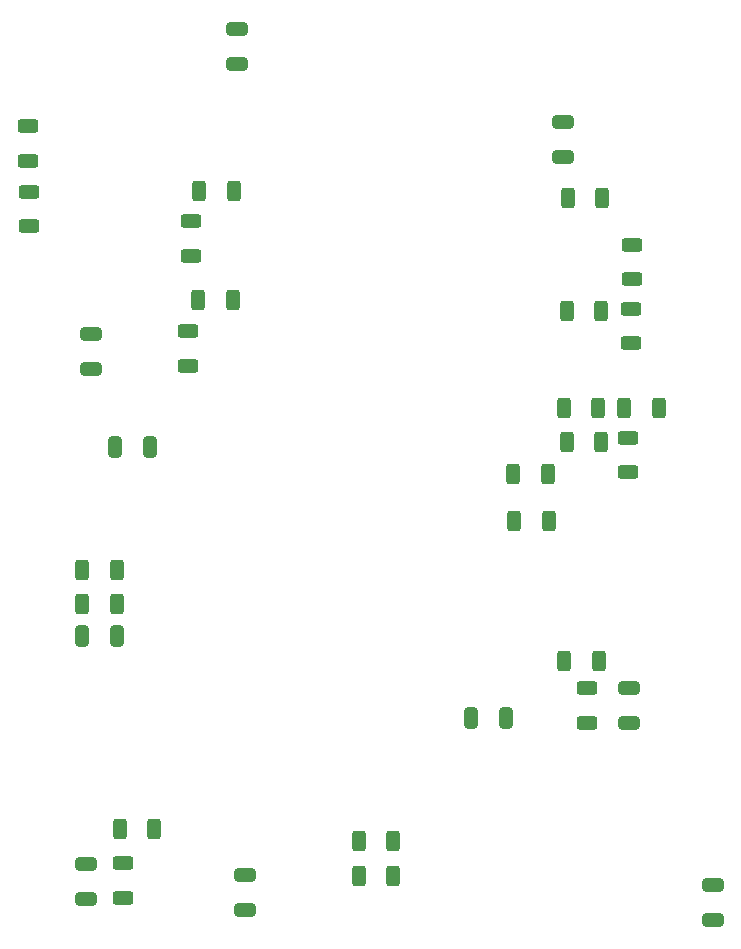
<source format=gbr>
%TF.GenerationSoftware,KiCad,Pcbnew,8.0.7-8.0.7-0~ubuntu22.04.1*%
%TF.CreationDate,2025-12-10T15:44:10+01:00*%
%TF.ProjectId,Electrobot-G474,456c6563-7472-46f6-926f-742d47343734,rev?*%
%TF.SameCoordinates,Original*%
%TF.FileFunction,Paste,Top*%
%TF.FilePolarity,Positive*%
%FSLAX46Y46*%
G04 Gerber Fmt 4.6, Leading zero omitted, Abs format (unit mm)*
G04 Created by KiCad (PCBNEW 8.0.7-8.0.7-0~ubuntu22.04.1) date 2025-12-10 15:44:10*
%MOMM*%
%LPD*%
G01*
G04 APERTURE LIST*
G04 Aperture macros list*
%AMRoundRect*
0 Rectangle with rounded corners*
0 $1 Rounding radius*
0 $2 $3 $4 $5 $6 $7 $8 $9 X,Y pos of 4 corners*
0 Add a 4 corners polygon primitive as box body*
4,1,4,$2,$3,$4,$5,$6,$7,$8,$9,$2,$3,0*
0 Add four circle primitives for the rounded corners*
1,1,$1+$1,$2,$3*
1,1,$1+$1,$4,$5*
1,1,$1+$1,$6,$7*
1,1,$1+$1,$8,$9*
0 Add four rect primitives between the rounded corners*
20,1,$1+$1,$2,$3,$4,$5,0*
20,1,$1+$1,$4,$5,$6,$7,0*
20,1,$1+$1,$6,$7,$8,$9,0*
20,1,$1+$1,$8,$9,$2,$3,0*%
G04 Aperture macros list end*
%ADD10RoundRect,0.250000X-0.312500X-0.625000X0.312500X-0.625000X0.312500X0.625000X-0.312500X0.625000X0*%
%ADD11RoundRect,0.250000X0.625000X-0.312500X0.625000X0.312500X-0.625000X0.312500X-0.625000X-0.312500X0*%
%ADD12RoundRect,0.250000X0.312500X0.625000X-0.312500X0.625000X-0.312500X-0.625000X0.312500X-0.625000X0*%
%ADD13RoundRect,0.250000X-0.325000X-0.650000X0.325000X-0.650000X0.325000X0.650000X-0.325000X0.650000X0*%
%ADD14RoundRect,0.250000X0.650000X-0.325000X0.650000X0.325000X-0.650000X0.325000X-0.650000X-0.325000X0*%
%ADD15RoundRect,0.250000X0.325000X0.650000X-0.325000X0.650000X-0.325000X-0.650000X0.325000X-0.650000X0*%
%ADD16RoundRect,0.250000X-0.625000X0.312500X-0.625000X-0.312500X0.625000X-0.312500X0.625000X0.312500X0*%
%ADD17RoundRect,0.250000X-0.650000X0.325000X-0.650000X-0.325000X0.650000X-0.325000X0.650000X0.325000X0*%
G04 APERTURE END LIST*
D10*
%TO.C,R9*%
X140297500Y-107890000D03*
X143222500Y-107890000D03*
%TD*%
%TO.C,R14*%
X99482500Y-103090000D03*
X102407500Y-103090000D03*
%TD*%
D11*
%TO.C,R11*%
X108740000Y-73622500D03*
X108740000Y-70697500D03*
%TD*%
D12*
%TO.C,R24*%
X138920000Y-92130000D03*
X135995000Y-92130000D03*
%TD*%
%TO.C,R10*%
X105592500Y-122180000D03*
X102667500Y-122180000D03*
%TD*%
D13*
%TO.C,C12*%
X132425000Y-112780000D03*
X135375000Y-112780000D03*
%TD*%
D12*
%TO.C,R23*%
X138990000Y-96050000D03*
X136065000Y-96050000D03*
%TD*%
D11*
%TO.C,R1*%
X94900000Y-65592500D03*
X94900000Y-62667500D03*
%TD*%
D10*
%TO.C,R18*%
X145397500Y-86480000D03*
X148322500Y-86480000D03*
%TD*%
D14*
%TO.C,C10*%
X145770000Y-113155000D03*
X145770000Y-110205000D03*
%TD*%
D15*
%TO.C,C9*%
X102420000Y-105800000D03*
X99470000Y-105800000D03*
%TD*%
D16*
%TO.C,R15*%
X142230000Y-110217500D03*
X142230000Y-113142500D03*
%TD*%
D12*
%TO.C,R8*%
X102407500Y-100210000D03*
X99482500Y-100210000D03*
%TD*%
D17*
%TO.C,C2*%
X112630000Y-54405000D03*
X112630000Y-57355000D03*
%TD*%
D13*
%TO.C,C5*%
X102270000Y-89770000D03*
X105220000Y-89770000D03*
%TD*%
D16*
%TO.C,R13*%
X145710000Y-89027500D03*
X145710000Y-91952500D03*
%TD*%
D10*
%TO.C,R3*%
X140587500Y-68730000D03*
X143512500Y-68730000D03*
%TD*%
D17*
%TO.C,C13*%
X152900000Y-126875000D03*
X152900000Y-129825000D03*
%TD*%
D12*
%TO.C,R7*%
X112332500Y-68150000D03*
X109407500Y-68150000D03*
%TD*%
D11*
%TO.C,R22*%
X108470000Y-82942500D03*
X108470000Y-80017500D03*
%TD*%
D10*
%TO.C,R20*%
X122917500Y-123190000D03*
X125842500Y-123190000D03*
%TD*%
D16*
%TO.C,R16*%
X102970000Y-125055000D03*
X102970000Y-127980000D03*
%TD*%
D10*
%TO.C,R12*%
X140497500Y-89370000D03*
X143422500Y-89370000D03*
%TD*%
%TO.C,R21*%
X122917500Y-126140000D03*
X125842500Y-126140000D03*
%TD*%
D14*
%TO.C,C11*%
X99810000Y-128055000D03*
X99810000Y-125105000D03*
%TD*%
D12*
%TO.C,R19*%
X112242500Y-77360000D03*
X109317500Y-77360000D03*
%TD*%
D17*
%TO.C,C7*%
X140180000Y-62325000D03*
X140180000Y-65275000D03*
%TD*%
D10*
%TO.C,R17*%
X140267500Y-86510000D03*
X143192500Y-86510000D03*
%TD*%
D11*
%TO.C,R4*%
X146000000Y-75612500D03*
X146000000Y-72687500D03*
%TD*%
D16*
%TO.C,R2*%
X94990000Y-68207500D03*
X94990000Y-71132500D03*
%TD*%
D17*
%TO.C,C4*%
X100230000Y-80230000D03*
X100230000Y-83180000D03*
%TD*%
D10*
%TO.C,R5*%
X140507500Y-78280000D03*
X143432500Y-78280000D03*
%TD*%
D14*
%TO.C,C8*%
X113280000Y-129030000D03*
X113280000Y-126080000D03*
%TD*%
D16*
%TO.C,R6*%
X145960000Y-78097500D03*
X145960000Y-81022500D03*
%TD*%
M02*

</source>
